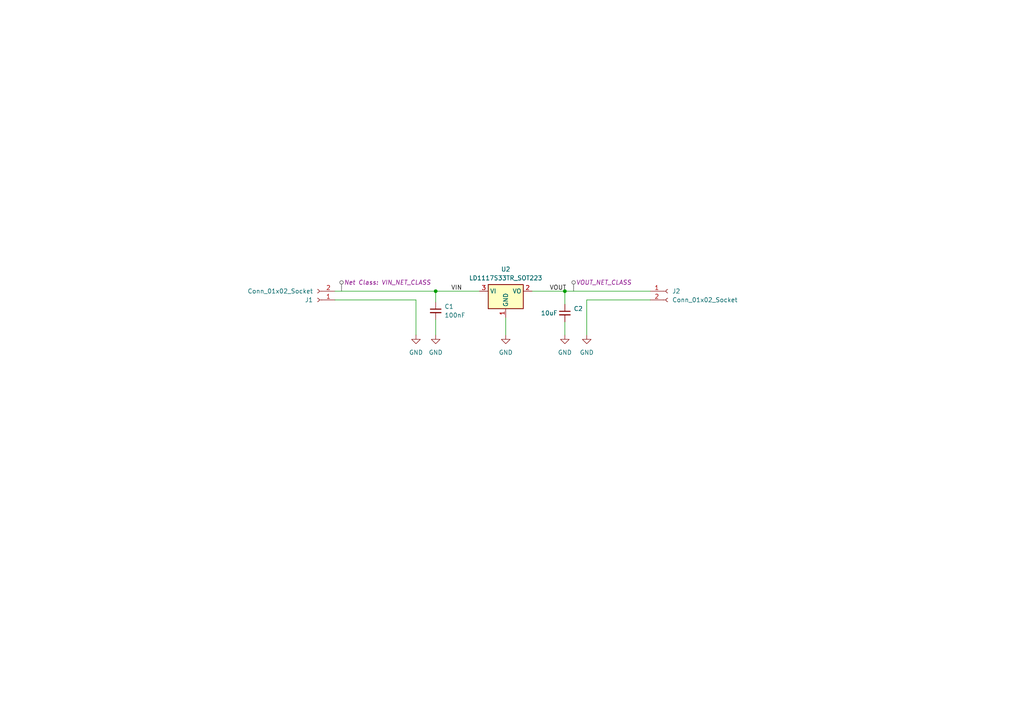
<source format=kicad_sch>
(kicad_sch (version 20230121) (generator eeschema)
  (paper "A4")
  (title_block (title "LDO MODULE") (date "2024-09-22") (rev "1") (company "Warren Muhumuza") (comment 1 "Design Engineer"))
  (lib_symbols
    (symbol "Connector:Conn_01x02_Socket" (pin_names (offset 1.016) hide)
      (property "Reference" "J" (at 0 2.54 0))
      (property "Value" "Conn_01x02_Socket" (at 0 -5.08 0))
      (symbol "Conn_01x02_Socket_1_1"
        (arc (start 0 -2.032) (mid -0.5058 -2.54) (end 0 -3.048) (stroke (width 0.1524)))
        (polyline (pts (xy -1.27 -2.54) (xy -0.508 -2.54)) (stroke (width 0.1524)))
        (polyline (pts (xy -1.27 0) (xy -0.508 0)) (stroke (width 0.1524)))
        (arc (start 0 0.508) (mid -0.5058 0) (end 0 -0.508) (stroke (width 0.1524)))
        (pin passive line (at -5.08 0 0) (length 3.81) (name "Pin_1") (number "1"))
        (pin passive line (at -5.08 -2.54 0) (length 3.81) (name "Pin_2") (number "2"))
      )
    )
    (symbol "Device:C_Small" (pin_numbers hide) (pin_names (offset 0.254) hide)
      (property "Reference" "C" (at 0.254 1.778 0))
      (property "Value" "C_Small" (at 0.254 -2.032 0))
      (symbol "C_Small_0_1"
        (polyline (pts (xy -1.524 -0.508) (xy 1.524 -0.508)) (stroke (width 0.3302)))
        (polyline (pts (xy -1.524 0.508) (xy 1.524 0.508)) (stroke (width 0.3048)))
      )
      (symbol "C_Small_1_1"
        (pin passive line (at 0 2.54 270) (length 2.032) (name "~") (number "1"))
        (pin passive line (at 0 -2.54 90) (length 2.032) (name "~") (number "2"))
      )
    )
    (symbol "Regulator_Linear:LD1117S33TR_SOT223"
      (property "Reference" "U" (at -3.81 3.175 0))
      (property "Value" "LD1117S33TR_SOT223" (at 0 3.175 0))
      (symbol "LD1117S33TR_SOT223_0_1"
        (rectangle (start -5.08 -5.08) (end 5.08 1.905) (stroke (width 0.254)) (fill (type background)))
      )
      (symbol "LD1117S33TR_SOT223_1_1"
        (pin power_in line (at 0 -7.62 90) (length 2.54) (name "GND") (number "1"))
        (pin power_out line (at 7.62 0 180) (length 2.54) (name "VO") (number "2"))
        (pin power_in line (at -7.62 0 0) (length 2.54) (name "VI") (number "3"))
      )
    )
    (symbol "power:GND" (power) (pin_names (offset 0))
      (property "Value" "GND" (at 0 -3.81 0))
      (symbol "GND_0_1"
        (polyline (pts (xy 0 0) (xy 0 -1.27) (xy 1.27 -1.27) (xy 0 -2.54) (xy -1.27 -1.27) (xy 0 -1.27)))
      )
      (symbol "GND_1_1"
        (pin power_in line (at 0 0 270) (length 0) hide (name "GND") (number "1"))
      )
    )
  )
  (junction (at 126.365 84.455))
  (junction (at 163.83 84.455))
  (wire (pts (xy 163.83 93.345) (xy 163.83 97.155)))
  (wire (pts (xy 163.83 84.455) (xy 188.595 84.455)))
  (wire (pts (xy 126.365 92.71) (xy 126.365 97.155)))
  (wire (pts (xy 146.685 92.075) (xy 146.685 97.155)))
  (wire (pts (xy 170.18 86.995) (xy 188.595 86.995)))
  (wire (pts (xy 97.155 86.995) (xy 120.65 86.995)))
  (wire (pts (xy 97.155 84.455) (xy 126.365 84.455)))
  (wire (pts (xy 126.365 84.455) (xy 139.065 84.455)))
  (wire (pts (xy 170.18 97.155) (xy 170.18 86.995)))
  (wire (pts (xy 163.83 88.265) (xy 163.83 84.455)))
  (wire (pts (xy 163.83 84.455) (xy 154.305 84.455)))
  (wire (pts (xy 126.365 87.63) (xy 126.365 84.455)))
  (wire (pts (xy 120.65 97.155) (xy 120.65 86.995)))
  (label "VOUT" (at 159.385 84.455 0))
  (label "VIN" (at 130.81 84.455 0))
  (netclass_flag "" (length 2.54) (shape round) (at 99.06 84.455 0) (property "Netclass" "VIN_NET_CLASS" (at 99.7585 81.915 0) (show_name) (effects (font italic) (justify left))))
  (netclass_flag "" (length 2.54) (shape round) (at 166.37 84.455 0) (property "Netclass" "VOUT_NET_CLASS" (at 167.0685 81.915 0) (effects (font italic) (justify left))))
  (symbol (lib_id "power:GND") (at 120.65 97.155 0) (unit 1)
    (property "Reference" "#PWR04" (effects hide))
    (property "Value" "GND" (at 120.65 102.235 0))
  )
  (symbol (lib_id "power:GND") (at 126.365 97.155 0) (unit 1)
    (property "Reference" "#PWR03" (effects hide))
    (property "Value" "GND" (at 126.365 102.235 0))
  )
  (symbol (lib_id "Device:C_Small") (at 163.83 90.805 0) (unit 1)
    (property "Reference" "C2" (at 166.37 89.5413 0) (effects (justify left)))
    (property "Value" "10uF" (at 156.845 90.805 0) (effects (justify left)))
    (property "Footprint" "Capacitor_SMD:C_1812_4532Metric" (effects hide))
    (property "Description" "50V 10uF 10% 1812 Multilayer Ceramic Capacitors MLCC - SMD/SMT ROHS" (effects hide))
    (property "MFR. Part #" "FS43X106K500EGG" (effects hide))
    (property "Manufacturer" "PSA (Prosperity Dielectrics)" (effects hide))
    (property "Mounting Style" "SMD" (effects hide))
    (property "Package" "1812" (effects hide))
    (property "Supplier" "JLCPCB" (effects hide))
    (property "Supplier Part #" "C1021609" (effects hide))
  )
  (symbol (lib_id "power:GND") (at 163.83 97.155 0) (unit 1)
    (property "Reference" "#PWR02" (effects hide))
    (property "Value" "GND" (at 163.83 102.235 0))
  )
  (symbol (lib_id "power:GND") (at 146.685 97.155 0) (unit 1)
    (property "Reference" "#PWR01" (effects hide))
    (property "Value" "GND" (at 146.685 102.235 0))
  )
  (symbol (lib_id "Device:C_Small") (at 126.365 90.17 0) (unit 1)
    (property "Reference" "C1" (at 128.905 88.9063 0) (effects (justify left)))
    (property "Value" "100nF" (at 128.905 91.4463 0) (effects (justify left)))
    (property "Footprint" "Capacitor_SMD:C_1812_4532Metric" (effects hide))
    (property "Description" "630V 100nF X7R 10% 1812 Multilayer Ceramic Capacitors MLCC - SMD/SMT ROHS" (effects hide))
    (property "MFR. Part #" "1812B104K631NT" (effects hide))
    (property "Manufacturer" "FH (Guangdong Fenghua Advanced Tech)" (effects hide))
    (property "Mounting Style" "SMD" (effects hide))
    (property "Package" "1812" (effects hide))
    (property "Supplier" "JLCPCB" (effects hide))
    (property "Supplier Part #" "C696256" (effects hide))
  )
  (symbol (lib_id "power:GND") (at 170.18 97.155 0) (unit 1)
    (property "Reference" "#PWR05" (effects hide))
    (property "Value" "GND" (at 170.18 102.235 0))
  )
  (symbol (lib_id "Connector:Conn_01x02_Socket") (at 193.675 84.455 0) (unit 1)
    (property "Reference" "J2" (at 194.945 84.455 0) (effects (justify left)))
    (property "Value" "Conn_01x02_Socket" (at 194.945 86.995 0) (effects (justify left)))
    (property "Footprint" "Connector_JST:JST_EH_S2B-EH_1x02_P2.50mm_Horizontal" (effects hide))
    (property "Description" "1x2P 2P EH Tin 2 -25C~85C 3A 1 2.5mm Brass Bend insert Push-Pull, P=2.5mm Wire To Board Connector ROHS" (effects hide))
    (property "MFR. Part #" "S2B-EH(LF)(SN)" (effects hide))
    (property "Manufacturer" "JST" (effects hide))
    (property "Mounting Style" "Through Hole" (effects hide))
    (property "Package" "Push-Pull, P=2.5mm" (effects hide))
    (property "Supplier" "JLCPCB" (effects hide))
    (property "Supplier Part #" "C514173" (effects hide))
  )
  (symbol (lib_id "Regulator_Linear:LD1117S33TR_SOT223") (at 146.685 84.455 0) (unit 1)
    (property "Reference" "U2" (at 146.685 78.105 0))
    (property "Value" "LD1117S33TR_SOT223" (at 146.685 80.645 0))
    (property "Footprint" "Package_TO_SOT_SMD:SOT-223-3_TabPin2" (effects hide))
    (property "Datasheet" "http://www.st.com/st-web-ui/static/active/en/resource/technical/document/datasheet/CD00000544.pdf" (effects hide))
    (property "Manufacturer" "STMicroelectronics" (effects hide))
    (property "MFR. Part #" "LD1117S33CTR" (effects hide))
    (property "Supplier" "JLCPCB" (effects hide))
    (property "Supplier Part #" "C35879" (effects hide))
    (property "Package" "SOT-223" (effects hide))
    (property "Mounting Style" "SMD" (effects hide))
    (property "Description" "75dB@(120Hz) 800mA Fixed 3.3V Positive electrode 15V SOT-223-4 Voltage Regulatos - Linear, Low Drop Out (LDO) Regulators ROHS" (effects hide))
  )
  (symbol (lib_id "Connector:Conn_01x02_Socket") (at 92.075 86.995 180) (unit 1)
    (property "Reference" "J1" (at 90.805 86.995 0) (effects (justify left)))
    (property "Value" "Conn_01x02_Socket" (at 90.805 84.455 0) (effects (justify left)))
    (property "Footprint" "Connector_JST:JST_EH_S2B-EH_1x02_P2.50mm_Horizontal" (effects hide))
    (property "Description" "1x2P 2P EH Tin 2 -25C~85C 3A 1 2.5mm Brass Bend insert Push-Pull, P=2.5mm Wire To Board Connector ROHS" (effects hide))
    (property "MFR. Part #" "S2B-EH(LF)(SN)" (effects hide))
    (property "Manufacturer" "JST" (effects hide))
    (property "Mounting Style" "Through Hole" (effects hide))
    (property "Package" "Push-Pull, P=2.5mm" (effects hide))
    (property "Supplier" "JLCPCB" (effects hide))
    (property "Supplier Part #" "C514173" (effects hide))
  )
)
</source>
